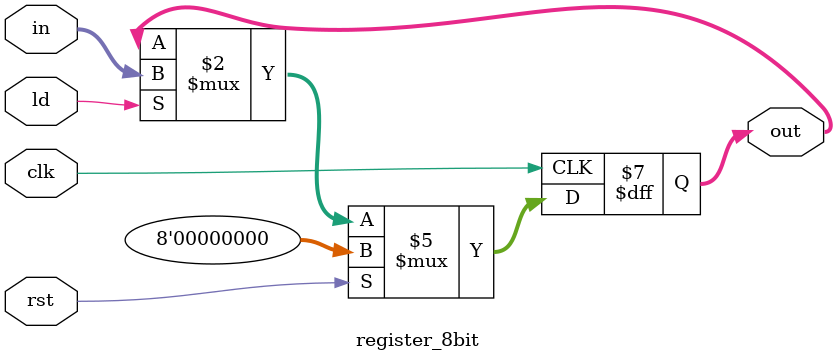
<source format=v>
`timescale 1ns / 1ps

module register_8bit(clk, rst, ld, in, out);
input ld;
input clk, rst;
input [7:0] in;
output reg [7:0] out;

always @(posedge clk)
if(rst)     out <= 8'd0;
else if (ld) out <= in;
endmodule

</source>
